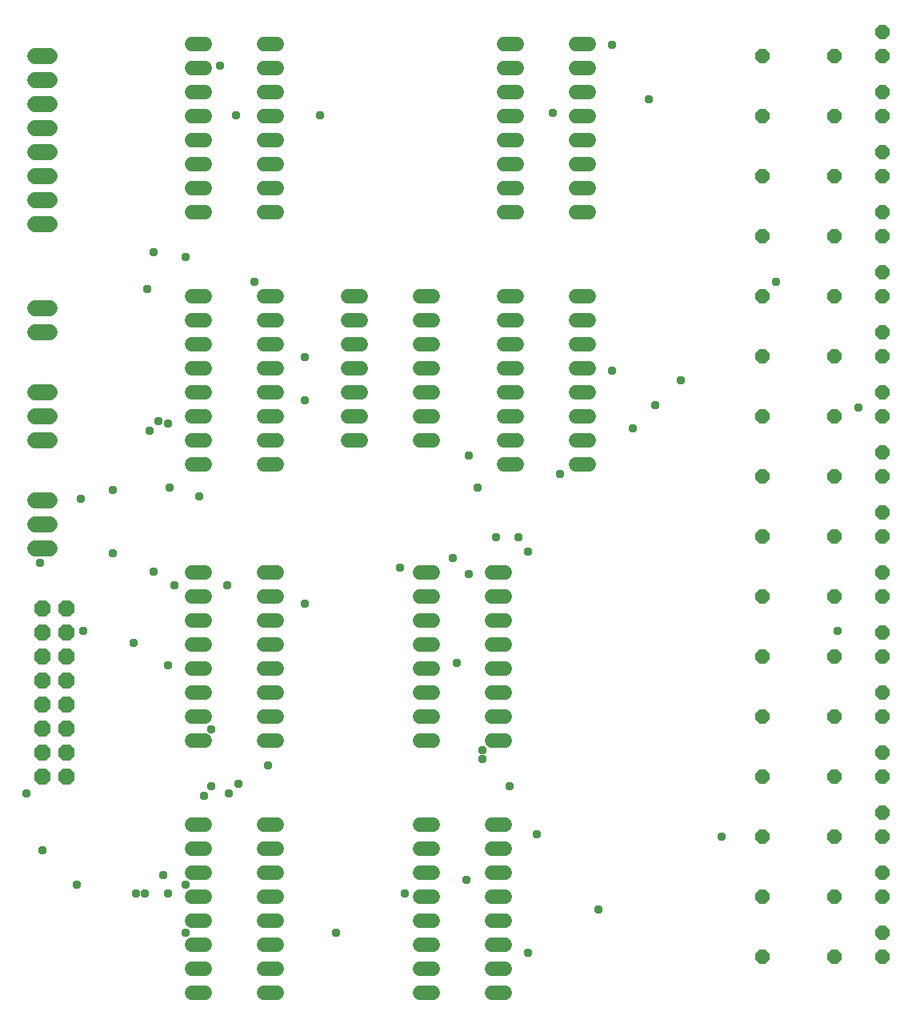
<source format=gbr>
G04 EAGLE Gerber RS-274X export*
G75*
%MOMM*%
%FSLAX34Y34*%
%LPD*%
%INSoldermask Top*%
%IPPOS*%
%AMOC8*
5,1,8,0,0,1.08239X$1,22.5*%
G01*
%ADD10C,1.524000*%
%ADD11P,1.649562X8X292.500000*%
%ADD12P,1.649562X8X22.500000*%
%ADD13C,1.727200*%
%ADD14P,1.869504X8X292.500000*%
%ADD15C,0.959600*%


D10*
X590296Y1181100D02*
X603504Y1181100D01*
X603504Y1155700D02*
X590296Y1155700D01*
X590296Y1028700D02*
X603504Y1028700D01*
X603504Y1003300D02*
X590296Y1003300D01*
X590296Y1130300D02*
X603504Y1130300D01*
X603504Y1104900D02*
X590296Y1104900D01*
X590296Y1054100D02*
X603504Y1054100D01*
X603504Y1079500D02*
X590296Y1079500D01*
X666496Y1003300D02*
X679704Y1003300D01*
X679704Y1028700D02*
X666496Y1028700D01*
X666496Y1054100D02*
X679704Y1054100D01*
X679704Y1079500D02*
X666496Y1079500D01*
X666496Y1104900D02*
X679704Y1104900D01*
X679704Y1130300D02*
X666496Y1130300D01*
X666496Y1155700D02*
X679704Y1155700D01*
X679704Y1181100D02*
X666496Y1181100D01*
X603504Y914400D02*
X590296Y914400D01*
X590296Y889000D02*
X603504Y889000D01*
X603504Y762000D02*
X590296Y762000D01*
X590296Y736600D02*
X603504Y736600D01*
X603504Y863600D02*
X590296Y863600D01*
X590296Y838200D02*
X603504Y838200D01*
X603504Y787400D02*
X590296Y787400D01*
X590296Y812800D02*
X603504Y812800D01*
X666496Y736600D02*
X679704Y736600D01*
X679704Y762000D02*
X666496Y762000D01*
X666496Y787400D02*
X679704Y787400D01*
X679704Y812800D02*
X666496Y812800D01*
X666496Y838200D02*
X679704Y838200D01*
X679704Y863600D02*
X666496Y863600D01*
X666496Y889000D02*
X679704Y889000D01*
X679704Y914400D02*
X666496Y914400D01*
X438404Y914400D02*
X425196Y914400D01*
X425196Y889000D02*
X438404Y889000D01*
X438404Y762000D02*
X425196Y762000D01*
X501396Y762000D02*
X514604Y762000D01*
X438404Y863600D02*
X425196Y863600D01*
X425196Y838200D02*
X438404Y838200D01*
X438404Y787400D02*
X425196Y787400D01*
X425196Y812800D02*
X438404Y812800D01*
X501396Y787400D02*
X514604Y787400D01*
X514604Y812800D02*
X501396Y812800D01*
X501396Y838200D02*
X514604Y838200D01*
X514604Y863600D02*
X501396Y863600D01*
X501396Y889000D02*
X514604Y889000D01*
X514604Y914400D02*
X501396Y914400D01*
X273304Y914400D02*
X260096Y914400D01*
X260096Y889000D02*
X273304Y889000D01*
X273304Y762000D02*
X260096Y762000D01*
X260096Y736600D02*
X273304Y736600D01*
X273304Y863600D02*
X260096Y863600D01*
X260096Y838200D02*
X273304Y838200D01*
X273304Y787400D02*
X260096Y787400D01*
X260096Y812800D02*
X273304Y812800D01*
X336296Y736600D02*
X349504Y736600D01*
X349504Y762000D02*
X336296Y762000D01*
X336296Y787400D02*
X349504Y787400D01*
X349504Y812800D02*
X336296Y812800D01*
X336296Y838200D02*
X349504Y838200D01*
X349504Y863600D02*
X336296Y863600D01*
X336296Y889000D02*
X349504Y889000D01*
X349504Y914400D02*
X336296Y914400D01*
X273304Y1181100D02*
X260096Y1181100D01*
X260096Y1155700D02*
X273304Y1155700D01*
X273304Y1028700D02*
X260096Y1028700D01*
X260096Y1003300D02*
X273304Y1003300D01*
X273304Y1130300D02*
X260096Y1130300D01*
X260096Y1104900D02*
X273304Y1104900D01*
X273304Y1054100D02*
X260096Y1054100D01*
X260096Y1079500D02*
X273304Y1079500D01*
X336296Y1003300D02*
X349504Y1003300D01*
X349504Y1028700D02*
X336296Y1028700D01*
X336296Y1054100D02*
X349504Y1054100D01*
X349504Y1079500D02*
X336296Y1079500D01*
X336296Y1104900D02*
X349504Y1104900D01*
X349504Y1130300D02*
X336296Y1130300D01*
X336296Y1155700D02*
X349504Y1155700D01*
X349504Y1181100D02*
X336296Y1181100D01*
D11*
X990600Y1193800D03*
X990600Y1168400D03*
X990600Y622300D03*
X990600Y596900D03*
X990600Y558800D03*
X990600Y533400D03*
X990600Y495300D03*
X990600Y469900D03*
X990600Y431800D03*
X990600Y406400D03*
X990600Y368300D03*
X990600Y342900D03*
X990600Y304800D03*
X990600Y279400D03*
X990600Y241300D03*
X990600Y215900D03*
X990600Y1130300D03*
X990600Y1104900D03*
X990600Y1066800D03*
X990600Y1041400D03*
X990600Y1003300D03*
X990600Y977900D03*
X990600Y939800D03*
X990600Y914400D03*
X990600Y876300D03*
X990600Y850900D03*
X990600Y812800D03*
X990600Y787400D03*
X990600Y749300D03*
X990600Y723900D03*
X990600Y685800D03*
X990600Y660400D03*
D12*
X863600Y1168400D03*
X939800Y1168400D03*
X863600Y596900D03*
X939800Y596900D03*
X863600Y533400D03*
X939800Y533400D03*
X863600Y469900D03*
X939800Y469900D03*
X863600Y406400D03*
X939800Y406400D03*
X863600Y342900D03*
X939800Y342900D03*
X863600Y279400D03*
X939800Y279400D03*
X863600Y215900D03*
X939800Y215900D03*
X863600Y1104900D03*
X939800Y1104900D03*
X863600Y1041400D03*
X939800Y1041400D03*
X863600Y977900D03*
X939800Y977900D03*
X863600Y914400D03*
X939800Y914400D03*
X863600Y850900D03*
X939800Y850900D03*
X863600Y787400D03*
X939800Y787400D03*
X863600Y723900D03*
X939800Y723900D03*
X863600Y660400D03*
X939800Y660400D03*
D10*
X273304Y355600D02*
X260096Y355600D01*
X260096Y330200D02*
X273304Y330200D01*
X273304Y203200D02*
X260096Y203200D01*
X260096Y177800D02*
X273304Y177800D01*
X273304Y304800D02*
X260096Y304800D01*
X260096Y279400D02*
X273304Y279400D01*
X273304Y228600D02*
X260096Y228600D01*
X260096Y254000D02*
X273304Y254000D01*
X336296Y177800D02*
X349504Y177800D01*
X349504Y203200D02*
X336296Y203200D01*
X336296Y228600D02*
X349504Y228600D01*
X349504Y254000D02*
X336296Y254000D01*
X336296Y279400D02*
X349504Y279400D01*
X349504Y304800D02*
X336296Y304800D01*
X336296Y330200D02*
X349504Y330200D01*
X349504Y355600D02*
X336296Y355600D01*
X501396Y355600D02*
X514604Y355600D01*
X514604Y330200D02*
X501396Y330200D01*
X501396Y203200D02*
X514604Y203200D01*
X514604Y177800D02*
X501396Y177800D01*
X501396Y304800D02*
X514604Y304800D01*
X514604Y279400D02*
X501396Y279400D01*
X501396Y228600D02*
X514604Y228600D01*
X514604Y254000D02*
X501396Y254000D01*
X577596Y177800D02*
X590804Y177800D01*
X590804Y203200D02*
X577596Y203200D01*
X577596Y228600D02*
X590804Y228600D01*
X590804Y254000D02*
X577596Y254000D01*
X577596Y279400D02*
X590804Y279400D01*
X590804Y304800D02*
X577596Y304800D01*
X577596Y330200D02*
X590804Y330200D01*
X590804Y355600D02*
X577596Y355600D01*
X514604Y622300D02*
X501396Y622300D01*
X501396Y596900D02*
X514604Y596900D01*
X514604Y469900D02*
X501396Y469900D01*
X501396Y444500D02*
X514604Y444500D01*
X514604Y571500D02*
X501396Y571500D01*
X501396Y546100D02*
X514604Y546100D01*
X514604Y495300D02*
X501396Y495300D01*
X501396Y520700D02*
X514604Y520700D01*
X577596Y444500D02*
X590804Y444500D01*
X590804Y469900D02*
X577596Y469900D01*
X577596Y495300D02*
X590804Y495300D01*
X590804Y520700D02*
X577596Y520700D01*
X577596Y546100D02*
X590804Y546100D01*
X590804Y571500D02*
X577596Y571500D01*
X577596Y596900D02*
X590804Y596900D01*
X590804Y622300D02*
X577596Y622300D01*
X273304Y622300D02*
X260096Y622300D01*
X260096Y596900D02*
X273304Y596900D01*
X273304Y469900D02*
X260096Y469900D01*
X260096Y444500D02*
X273304Y444500D01*
X273304Y571500D02*
X260096Y571500D01*
X260096Y546100D02*
X273304Y546100D01*
X273304Y495300D02*
X260096Y495300D01*
X260096Y520700D02*
X273304Y520700D01*
X336296Y444500D02*
X349504Y444500D01*
X349504Y469900D02*
X336296Y469900D01*
X336296Y495300D02*
X349504Y495300D01*
X349504Y520700D02*
X336296Y520700D01*
X336296Y546100D02*
X349504Y546100D01*
X349504Y571500D02*
X336296Y571500D01*
X336296Y596900D02*
X349504Y596900D01*
X349504Y622300D02*
X336296Y622300D01*
D13*
X109220Y1168400D02*
X93980Y1168400D01*
X93980Y1143000D02*
X109220Y1143000D01*
X109220Y1117600D02*
X93980Y1117600D01*
X93980Y1092200D02*
X109220Y1092200D01*
X109220Y1066800D02*
X93980Y1066800D01*
X93980Y1041400D02*
X109220Y1041400D01*
X109220Y1016000D02*
X93980Y1016000D01*
X93980Y990600D02*
X109220Y990600D01*
D14*
X101600Y584200D03*
X101600Y558800D03*
X101600Y533400D03*
X101600Y508000D03*
X101600Y482600D03*
X101600Y457200D03*
X127000Y584200D03*
X127000Y558800D03*
X127000Y533400D03*
X127000Y508000D03*
X127000Y482600D03*
X127000Y457200D03*
X101600Y431800D03*
X101600Y406400D03*
X127000Y431800D03*
X127000Y406400D03*
D13*
X109220Y698500D02*
X93980Y698500D01*
X93980Y673100D02*
X109220Y673100D01*
X109220Y647700D02*
X93980Y647700D01*
X93980Y812800D02*
X109220Y812800D01*
X109220Y787400D02*
X93980Y787400D01*
X93980Y762000D02*
X109220Y762000D01*
X109220Y876300D02*
X93980Y876300D01*
X93980Y901700D02*
X109220Y901700D01*
D15*
X253365Y955548D03*
X378841Y849376D03*
X325755Y929005D03*
X378841Y803529D03*
X552577Y745617D03*
X224409Y781812D03*
X214757Y772160D03*
X567055Y434340D03*
X340233Y417449D03*
X299212Y388493D03*
X272669Y386080D03*
X253365Y291973D03*
X253365Y241300D03*
X209931Y282321D03*
X234061Y282321D03*
X412623Y241300D03*
X84455Y388493D03*
X200279Y282321D03*
X101346Y328168D03*
X137541Y291973D03*
X615315Y219583D03*
X649097Y726313D03*
X596011Y395732D03*
X726313Y774573D03*
X690118Y265430D03*
X750443Y798703D03*
X776986Y825246D03*
X142367Y699770D03*
X308864Y398145D03*
X704596Y834898D03*
X943483Y559816D03*
X550164Y296799D03*
X820420Y342646D03*
X562229Y711835D03*
X624967Y345059D03*
X229235Y301625D03*
X641858Y1107567D03*
X965200Y796290D03*
X615315Y644271D03*
X480187Y627380D03*
X267843Y702183D03*
X535686Y637032D03*
X552577Y620141D03*
X236474Y711835D03*
X605663Y658749D03*
X581533Y658749D03*
X144780Y559816D03*
X219583Y960374D03*
X704596Y1179957D03*
X306451Y1105154D03*
X234061Y523621D03*
X176149Y641858D03*
X176149Y709422D03*
X212344Y921766D03*
X395732Y1105154D03*
X197866Y547751D03*
X98933Y632206D03*
X878332Y929005D03*
X289560Y1158240D03*
X219583Y622554D03*
X743204Y1122045D03*
X279908Y456057D03*
X485013Y282321D03*
X234061Y779399D03*
X540512Y526034D03*
X378841Y588772D03*
X296799Y608076D03*
X241300Y608076D03*
X567055Y424688D03*
X279908Y395732D03*
M02*

</source>
